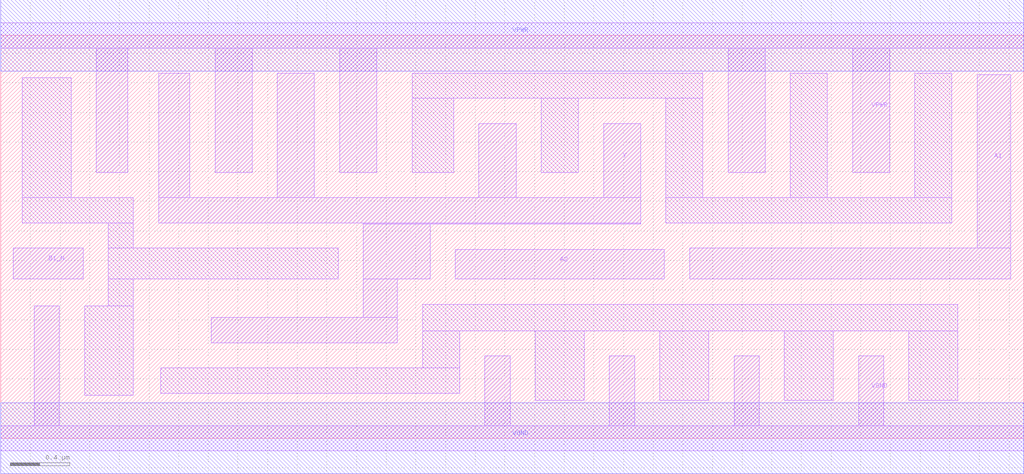
<source format=lef>
# Copyright 2020 The SkyWater PDK Authors
#
# Licensed under the Apache License, Version 2.0 (the "License");
# you may not use this file except in compliance with the License.
# You may obtain a copy of the License at
#
#     https://www.apache.org/licenses/LICENSE-2.0
#
# Unless required by applicable law or agreed to in writing, software
# distributed under the License is distributed on an "AS IS" BASIS,
# WITHOUT WARRANTIES OR CONDITIONS OF ANY KIND, either express or implied.
# See the License for the specific language governing permissions and
# limitations under the License.
#
# SPDX-License-Identifier: Apache-2.0

VERSION 5.5 ;
NAMESCASESENSITIVE ON ;
BUSBITCHARS "[]" ;
DIVIDERCHAR "/" ;
MACRO sky130_fd_sc_hd__o21bai_4
  CLASS CORE ;
  SOURCE USER ;
  ORIGIN  0.000000  0.000000 ;
  SIZE  6.900000 BY  2.720000 ;
  SYMMETRY X Y R90 ;
  SITE unithd ;
  PIN A1
    ANTENNAGATEAREA  0.990000 ;
    DIRECTION INPUT ;
    USE SIGNAL ;
    PORT
      LAYER li1 ;
        RECT 4.645000 1.075000 6.810000 1.285000 ;
        RECT 6.585000 1.285000 6.810000 2.455000 ;
    END
  END A1
  PIN A2
    ANTENNAGATEAREA  0.990000 ;
    DIRECTION INPUT ;
    USE SIGNAL ;
    PORT
      LAYER li1 ;
        RECT 3.065000 1.075000 4.475000 1.275000 ;
    END
  END A2
  PIN B1_N
    ANTENNAGATEAREA  0.247500 ;
    DIRECTION INPUT ;
    USE SIGNAL ;
    PORT
      LAYER li1 ;
        RECT 0.085000 1.075000 0.555000 1.285000 ;
    END
  END B1_N
  PIN Y
    ANTENNADIFFAREA  1.431000 ;
    DIRECTION OUTPUT ;
    USE SIGNAL ;
    PORT
      LAYER li1 ;
        RECT 1.065000 1.455000 4.315000 1.625000 ;
        RECT 1.065000 1.625000 1.275000 2.465000 ;
        RECT 1.420000 0.645000 2.675000 0.815000 ;
        RECT 1.865000 1.625000 2.115000 2.465000 ;
        RECT 2.445000 0.815000 2.675000 1.075000 ;
        RECT 2.445000 1.075000 2.895000 1.445000 ;
        RECT 2.445000 1.445000 4.315000 1.455000 ;
        RECT 3.225000 1.625000 3.475000 2.125000 ;
        RECT 4.065000 1.625000 4.315000 2.125000 ;
    END
  END Y
  PIN VGND
    DIRECTION INOUT ;
    SHAPE ABUTMENT ;
    USE GROUND ;
    PORT
      LAYER li1 ;
        RECT 0.000000 -0.085000 6.900000 0.085000 ;
        RECT 0.225000  0.085000 0.395000 0.895000 ;
        RECT 3.265000  0.085000 3.435000 0.555000 ;
        RECT 4.105000  0.085000 4.275000 0.555000 ;
        RECT 4.945000  0.085000 5.115000 0.555000 ;
        RECT 5.785000  0.085000 5.955000 0.555000 ;
    END
    PORT
      LAYER met1 ;
        RECT 0.000000 -0.240000 6.900000 0.240000 ;
    END
  END VGND
  PIN VPWR
    DIRECTION INOUT ;
    SHAPE ABUTMENT ;
    USE POWER ;
    PORT
      LAYER li1 ;
        RECT 0.000000 2.635000 6.900000 2.805000 ;
        RECT 0.645000 1.795000 0.855000 2.635000 ;
        RECT 1.445000 1.795000 1.695000 2.635000 ;
        RECT 2.285000 1.795000 2.535000 2.635000 ;
        RECT 4.905000 1.795000 5.155000 2.635000 ;
        RECT 5.745000 1.795000 5.995000 2.635000 ;
    END
    PORT
      LAYER met1 ;
        RECT 0.000000 2.480000 6.900000 2.960000 ;
    END
  END VPWR
  OBS
    LAYER li1 ;
      RECT 0.145000 1.455000 0.895000 1.625000 ;
      RECT 0.145000 1.625000 0.475000 2.435000 ;
      RECT 0.565000 0.290000 0.895000 0.895000 ;
      RECT 0.725000 0.895000 0.895000 1.075000 ;
      RECT 0.725000 1.075000 2.275000 1.285000 ;
      RECT 0.725000 1.285000 0.895000 1.455000 ;
      RECT 1.080000 0.305000 3.095000 0.475000 ;
      RECT 2.775000 1.795000 3.055000 2.295000 ;
      RECT 2.775000 2.295000 4.735000 2.465000 ;
      RECT 2.845000 0.475000 3.095000 0.725000 ;
      RECT 2.845000 0.725000 6.455000 0.905000 ;
      RECT 3.605000 0.255000 3.935000 0.725000 ;
      RECT 3.645000 1.795000 3.895000 2.295000 ;
      RECT 4.445000 0.255000 4.775000 0.725000 ;
      RECT 4.485000 1.455000 6.415000 1.625000 ;
      RECT 4.485000 1.625000 4.735000 2.295000 ;
      RECT 5.285000 0.255000 5.615000 0.725000 ;
      RECT 5.325000 1.625000 5.575000 2.465000 ;
      RECT 6.125000 0.255000 6.455000 0.725000 ;
      RECT 6.165000 1.625000 6.415000 2.465000 ;
  END
END sky130_fd_sc_hd__o21bai_4

</source>
